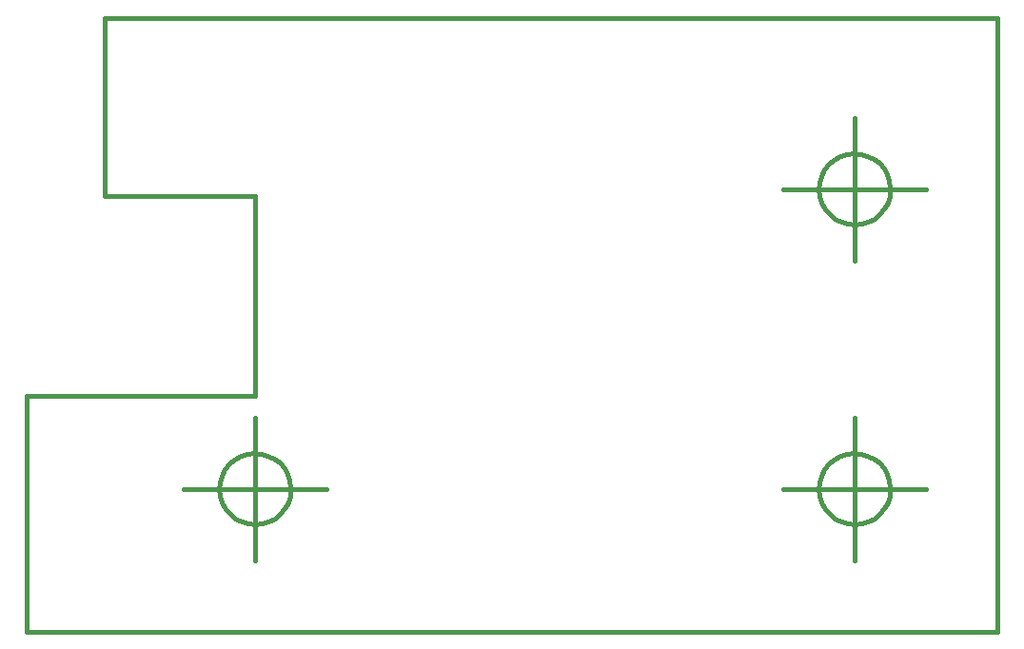
<source format=gbr>
G04 (created by PCBNEW-RS274X (2011-05-25)-stable) date Sun 15 Sep 2013 09:34:25 PM EDT*
G01*
G70*
G90*
%MOIN*%
G04 Gerber Fmt 3.4, Leading zero omitted, Abs format*
%FSLAX34Y34*%
G04 APERTURE LIST*
%ADD10C,0.006000*%
%ADD11C,0.015000*%
G04 APERTURE END LIST*
G54D10*
G54D11*
X50250Y-26000D02*
X50226Y-26242D01*
X50155Y-26476D01*
X50041Y-26691D01*
X49886Y-26880D01*
X49698Y-27036D01*
X49484Y-27152D01*
X49251Y-27224D01*
X49008Y-27249D01*
X48766Y-27227D01*
X48532Y-27158D01*
X48316Y-27045D01*
X48126Y-26893D01*
X47969Y-26706D01*
X47852Y-26492D01*
X47778Y-26259D01*
X47751Y-26017D01*
X47771Y-25775D01*
X47838Y-25540D01*
X47950Y-25323D01*
X48101Y-25132D01*
X48287Y-24974D01*
X48500Y-24855D01*
X48732Y-24780D01*
X48974Y-24751D01*
X49217Y-24769D01*
X49452Y-24835D01*
X49669Y-24945D01*
X49862Y-25095D01*
X50021Y-25280D01*
X50141Y-25492D01*
X50218Y-25724D01*
X50249Y-25966D01*
X50250Y-26000D01*
X46500Y-26000D02*
X51500Y-26000D01*
X49000Y-23500D02*
X49000Y-28500D01*
X50250Y-36500D02*
X50226Y-36742D01*
X50155Y-36976D01*
X50041Y-37191D01*
X49886Y-37380D01*
X49698Y-37536D01*
X49484Y-37652D01*
X49251Y-37724D01*
X49008Y-37749D01*
X48766Y-37727D01*
X48532Y-37658D01*
X48316Y-37545D01*
X48126Y-37393D01*
X47969Y-37206D01*
X47852Y-36992D01*
X47778Y-36759D01*
X47751Y-36517D01*
X47771Y-36275D01*
X47838Y-36040D01*
X47950Y-35823D01*
X48101Y-35632D01*
X48287Y-35474D01*
X48500Y-35355D01*
X48732Y-35280D01*
X48974Y-35251D01*
X49217Y-35269D01*
X49452Y-35335D01*
X49669Y-35445D01*
X49862Y-35595D01*
X50021Y-35780D01*
X50141Y-35992D01*
X50218Y-36224D01*
X50249Y-36466D01*
X50250Y-36500D01*
X46500Y-36500D02*
X51500Y-36500D01*
X49000Y-34000D02*
X49000Y-39000D01*
X29250Y-36500D02*
X29226Y-36742D01*
X29155Y-36976D01*
X29041Y-37191D01*
X28886Y-37380D01*
X28698Y-37536D01*
X28484Y-37652D01*
X28251Y-37724D01*
X28008Y-37749D01*
X27766Y-37727D01*
X27532Y-37658D01*
X27316Y-37545D01*
X27126Y-37393D01*
X26969Y-37206D01*
X26852Y-36992D01*
X26778Y-36759D01*
X26751Y-36517D01*
X26771Y-36275D01*
X26838Y-36040D01*
X26950Y-35823D01*
X27101Y-35632D01*
X27287Y-35474D01*
X27500Y-35355D01*
X27732Y-35280D01*
X27974Y-35251D01*
X28217Y-35269D01*
X28452Y-35335D01*
X28669Y-35445D01*
X28862Y-35595D01*
X29021Y-35780D01*
X29141Y-35992D01*
X29218Y-36224D01*
X29249Y-36466D01*
X29250Y-36500D01*
X25500Y-36500D02*
X30500Y-36500D01*
X28000Y-34000D02*
X28000Y-39000D01*
X22750Y-26000D02*
X22750Y-26250D01*
X23250Y-20000D02*
X22750Y-20000D01*
X23250Y-26250D02*
X22750Y-26250D01*
X28000Y-26250D02*
X27750Y-26250D01*
X20000Y-34250D02*
X20000Y-33250D01*
X28000Y-33250D02*
X27750Y-33250D01*
X28000Y-26250D02*
X28000Y-33250D01*
X20000Y-41500D02*
X20000Y-34000D01*
X54000Y-20000D02*
X54000Y-20250D01*
X23250Y-20000D02*
X54000Y-20000D01*
X22750Y-26000D02*
X22750Y-20000D01*
X27750Y-26250D02*
X23250Y-26250D01*
X20000Y-33250D02*
X27750Y-33250D01*
X54000Y-20000D02*
X54000Y-20000D01*
X54000Y-41500D02*
X54000Y-20000D01*
X20000Y-41500D02*
X54000Y-41500D01*
M02*

</source>
